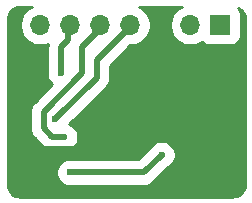
<source format=gbl>
G04 #@! TF.GenerationSoftware,KiCad,Pcbnew,(5.1.9-0-10_14)*
G04 #@! TF.CreationDate,2023-06-12T04:28:03-04:00*
G04 #@! TF.ProjectId,LiBCM-Daughterboard,4c694243-4d2d-4446-9175-676874657262,A*
G04 #@! TF.SameCoordinates,Original*
G04 #@! TF.FileFunction,Copper,L4,Bot*
G04 #@! TF.FilePolarity,Positive*
%FSLAX46Y46*%
G04 Gerber Fmt 4.6, Leading zero omitted, Abs format (unit mm)*
G04 Created by KiCad (PCBNEW (5.1.9-0-10_14)) date 2023-06-12 04:28:03*
%MOMM*%
%LPD*%
G01*
G04 APERTURE LIST*
G04 #@! TA.AperFunction,ComponentPad*
%ADD10R,1.700000X1.700000*%
G04 #@! TD*
G04 #@! TA.AperFunction,ComponentPad*
%ADD11O,1.700000X1.700000*%
G04 #@! TD*
G04 #@! TA.AperFunction,ViaPad*
%ADD12C,0.600000*%
G04 #@! TD*
G04 #@! TA.AperFunction,Conductor*
%ADD13C,1.000000*%
G04 #@! TD*
G04 #@! TA.AperFunction,Conductor*
%ADD14C,0.500000*%
G04 #@! TD*
G04 #@! TA.AperFunction,Conductor*
%ADD15C,0.254000*%
G04 #@! TD*
G04 #@! TA.AperFunction,Conductor*
%ADD16C,0.100000*%
G04 #@! TD*
G04 APERTURE END LIST*
D10*
G04 #@! TO.P,J1,1*
G04 #@! TO.N,+5V*
X52714999Y-161265001D03*
D11*
G04 #@! TO.P,J1,2*
G04 #@! TO.N,+3V3*
X50174999Y-161265001D03*
G04 #@! TO.P,J1,3*
G04 #@! TO.N,GND*
X47634999Y-161265001D03*
G04 #@! TO.P,J1,4*
G04 #@! TO.N,/SCK_VCC*
X45094999Y-161265001D03*
G04 #@! TO.P,J1,5*
G04 #@! TO.N,/MISO_VCC*
X42554999Y-161265001D03*
G04 #@! TO.P,J1,6*
G04 #@! TO.N,/MOSI_VCC*
X40014999Y-161265001D03*
G04 #@! TO.P,J1,7*
G04 #@! TO.N,/CS_VCC*
X37474999Y-161265001D03*
G04 #@! TD*
D12*
G04 #@! TO.N,GND*
X52750000Y-164750000D03*
X46500000Y-163800000D03*
X52750000Y-167000000D03*
X37250000Y-172000000D03*
X36000000Y-174500000D03*
X53500000Y-171500000D03*
X54500000Y-171500000D03*
G04 #@! TO.N,/SCK_VCC*
X38750000Y-169250000D03*
G04 #@! TO.N,/MISO_VCC*
X39500000Y-170750000D03*
G04 #@! TO.N,/MOSI_VCC*
X39200000Y-165350000D03*
G04 #@! TO.N,/SCK_3V3*
X40000000Y-173750000D03*
X47750000Y-172250000D03*
G04 #@! TD*
D13*
G04 #@! TO.N,GND*
X51800000Y-163800000D02*
X52750000Y-164750000D01*
X46500000Y-163800000D02*
X51800000Y-163800000D01*
D14*
X46500000Y-163800000D02*
X47300000Y-163000000D01*
X47300000Y-161600000D02*
X47634999Y-161265001D01*
X47300000Y-163000000D02*
X47300000Y-161600000D01*
D13*
X52750000Y-164750000D02*
X52750000Y-167000000D01*
X52750000Y-167000000D02*
X52750000Y-167000000D01*
X52750000Y-167000000D02*
X52750000Y-168250000D01*
X52750000Y-169500000D02*
X52750000Y-170750000D01*
X52750000Y-168250000D02*
X52750000Y-169500000D01*
X46500000Y-167500000D02*
X42000000Y-172000000D01*
X42000000Y-172000000D02*
X37250000Y-172000000D01*
X46500000Y-163800000D02*
X46500000Y-167500000D01*
D14*
X37250000Y-173250000D02*
X36000000Y-174500000D01*
X37250000Y-172000000D02*
X37250000Y-173250000D01*
X52750000Y-170750000D02*
X53500000Y-171500000D01*
X53500000Y-171500000D02*
X54500000Y-171500000D01*
G04 #@! TO.N,/SCK_VCC*
X42250000Y-164250000D02*
X45094999Y-161405001D01*
X45094999Y-161405001D02*
X45094999Y-161265001D01*
X42250000Y-165750000D02*
X42250000Y-164250000D01*
X38750000Y-169250000D02*
X42250000Y-165750000D01*
G04 #@! TO.N,/MISO_VCC*
X42554999Y-161605001D02*
X42554999Y-161265001D01*
X41000000Y-163160000D02*
X42554999Y-161605001D01*
X37750000Y-168600000D02*
X41000000Y-165350000D01*
X37750000Y-170000000D02*
X37750000Y-168600000D01*
X38500000Y-170750000D02*
X37750000Y-170000000D01*
X41000000Y-165350000D02*
X41000000Y-163160000D01*
X39500000Y-170750000D02*
X38500000Y-170750000D01*
G04 #@! TO.N,/MOSI_VCC*
X39800000Y-162550000D02*
X39200000Y-163150000D01*
X39800000Y-161480000D02*
X39800000Y-162550000D01*
X39200000Y-163150000D02*
X39200000Y-165350000D01*
X40014999Y-161265001D02*
X39800000Y-161480000D01*
G04 #@! TO.N,/SCK_3V3*
X46250000Y-173750000D02*
X47750000Y-172250000D01*
X40000000Y-173750000D02*
X46250000Y-173750000D01*
G04 #@! TD*
D15*
G04 #@! TO.N,GND*
X36656958Y-159734554D02*
X36374101Y-159923553D01*
X36133551Y-160164103D01*
X35944552Y-160446960D01*
X35814367Y-160761254D01*
X35747999Y-161094906D01*
X35747999Y-161435096D01*
X35814367Y-161768748D01*
X35944552Y-162083042D01*
X36133551Y-162365899D01*
X36374101Y-162606449D01*
X36656958Y-162795448D01*
X36971252Y-162925633D01*
X37304904Y-162992001D01*
X37645094Y-162992001D01*
X37978746Y-162925633D01*
X38106388Y-162872762D01*
X38089307Y-162929070D01*
X38073000Y-163094636D01*
X38073000Y-163094646D01*
X38067548Y-163150000D01*
X38073000Y-163205355D01*
X38073001Y-164995167D01*
X38068231Y-165006682D01*
X38023000Y-165234076D01*
X38023000Y-165465924D01*
X38068231Y-165693318D01*
X38156956Y-165907519D01*
X38285764Y-166100294D01*
X38449706Y-166264236D01*
X38475027Y-166281155D01*
X36992237Y-167763945D01*
X36949236Y-167799235D01*
X36913946Y-167842236D01*
X36913942Y-167842240D01*
X36808400Y-167970844D01*
X36703750Y-168166630D01*
X36681303Y-168240628D01*
X36639307Y-168379069D01*
X36623000Y-168544635D01*
X36623000Y-168544646D01*
X36617548Y-168600000D01*
X36623000Y-168655354D01*
X36623000Y-169944646D01*
X36617548Y-170000000D01*
X36623000Y-170055354D01*
X36623000Y-170055364D01*
X36639307Y-170220930D01*
X36703750Y-170433370D01*
X36808400Y-170629157D01*
X36949235Y-170800765D01*
X36992242Y-170836060D01*
X37663940Y-171507758D01*
X37699235Y-171550765D01*
X37870843Y-171691600D01*
X38066629Y-171796250D01*
X38279069Y-171860693D01*
X38444635Y-171877000D01*
X38444645Y-171877000D01*
X38499999Y-171882452D01*
X38555354Y-171877000D01*
X39145169Y-171877000D01*
X39156682Y-171881769D01*
X39384076Y-171927000D01*
X39615924Y-171927000D01*
X39843318Y-171881769D01*
X40057519Y-171793044D01*
X40250294Y-171664236D01*
X40414236Y-171500294D01*
X40543044Y-171307519D01*
X40631769Y-171093318D01*
X40677000Y-170865924D01*
X40677000Y-170634076D01*
X40631769Y-170406682D01*
X40543044Y-170192481D01*
X40414236Y-169999706D01*
X40250294Y-169835764D01*
X40057519Y-169706956D01*
X39936846Y-169656972D01*
X43007758Y-166586060D01*
X43050765Y-166550765D01*
X43124685Y-166460693D01*
X43191600Y-166379158D01*
X43296249Y-166183372D01*
X43296250Y-166183371D01*
X43360693Y-165970931D01*
X43377000Y-165805365D01*
X43377000Y-165805355D01*
X43382452Y-165750001D01*
X43377000Y-165694646D01*
X43377000Y-164716818D01*
X45101818Y-162992001D01*
X45265094Y-162992001D01*
X45598746Y-162925633D01*
X45913040Y-162795448D01*
X46195897Y-162606449D01*
X46436447Y-162365899D01*
X46625446Y-162083042D01*
X46755631Y-161768748D01*
X46821999Y-161435096D01*
X46821999Y-161094906D01*
X46755631Y-160761254D01*
X46625446Y-160446960D01*
X46436447Y-160164103D01*
X46195897Y-159923553D01*
X45913040Y-159734554D01*
X45834448Y-159702000D01*
X49435550Y-159702000D01*
X49356958Y-159734554D01*
X49074101Y-159923553D01*
X48833551Y-160164103D01*
X48644552Y-160446960D01*
X48514367Y-160761254D01*
X48447999Y-161094906D01*
X48447999Y-161435096D01*
X48514367Y-161768748D01*
X48644552Y-162083042D01*
X48833551Y-162365899D01*
X49074101Y-162606449D01*
X49356958Y-162795448D01*
X49671252Y-162925633D01*
X50004904Y-162992001D01*
X50345094Y-162992001D01*
X50678746Y-162925633D01*
X50993040Y-162795448D01*
X51184121Y-162667772D01*
X51241866Y-162738134D01*
X51375407Y-162847728D01*
X51527762Y-162929163D01*
X51693077Y-162979311D01*
X51864999Y-162996244D01*
X53564999Y-162996244D01*
X53736921Y-162979311D01*
X53902236Y-162929163D01*
X54054591Y-162847728D01*
X54188132Y-162738134D01*
X54297726Y-162604593D01*
X54379161Y-162452238D01*
X54429309Y-162286923D01*
X54446242Y-162115001D01*
X54446242Y-160415001D01*
X54429309Y-160243079D01*
X54379161Y-160077764D01*
X54297726Y-159925409D01*
X54209926Y-159818425D01*
X54327426Y-159880900D01*
X54485240Y-160009610D01*
X54615046Y-160166519D01*
X54711904Y-160345654D01*
X54772122Y-160540187D01*
X54798000Y-160786397D01*
X54798001Y-174703433D01*
X54773563Y-174952672D01*
X54714705Y-175147619D01*
X54619098Y-175327429D01*
X54490390Y-175485240D01*
X54333480Y-175615047D01*
X54154346Y-175711904D01*
X53959813Y-175772122D01*
X53713602Y-175798000D01*
X35796557Y-175798000D01*
X35547328Y-175773563D01*
X35352381Y-175714705D01*
X35172571Y-175619098D01*
X35014760Y-175490390D01*
X34884953Y-175333480D01*
X34788096Y-175154346D01*
X34727878Y-174959813D01*
X34702000Y-174713602D01*
X34702000Y-173634076D01*
X38823000Y-173634076D01*
X38823000Y-173865924D01*
X38868231Y-174093318D01*
X38956956Y-174307519D01*
X39085764Y-174500294D01*
X39249706Y-174664236D01*
X39442481Y-174793044D01*
X39656682Y-174881769D01*
X39884076Y-174927000D01*
X40115924Y-174927000D01*
X40343318Y-174881769D01*
X40354831Y-174877000D01*
X46194646Y-174877000D01*
X46250000Y-174882452D01*
X46305354Y-174877000D01*
X46305365Y-174877000D01*
X46470931Y-174860693D01*
X46683371Y-174796250D01*
X46879157Y-174691600D01*
X47050765Y-174550765D01*
X47086059Y-174507759D01*
X48296006Y-173297813D01*
X48307519Y-173293044D01*
X48500294Y-173164236D01*
X48664236Y-173000294D01*
X48793044Y-172807519D01*
X48881769Y-172593318D01*
X48927000Y-172365924D01*
X48927000Y-172134076D01*
X48881769Y-171906682D01*
X48793044Y-171692481D01*
X48664236Y-171499706D01*
X48500294Y-171335764D01*
X48307519Y-171206956D01*
X48093318Y-171118231D01*
X47865924Y-171073000D01*
X47634076Y-171073000D01*
X47406682Y-171118231D01*
X47192481Y-171206956D01*
X46999706Y-171335764D01*
X46835764Y-171499706D01*
X46706956Y-171692481D01*
X46702187Y-171703994D01*
X45783182Y-172623000D01*
X40354831Y-172623000D01*
X40343318Y-172618231D01*
X40115924Y-172573000D01*
X39884076Y-172573000D01*
X39656682Y-172618231D01*
X39442481Y-172706956D01*
X39249706Y-172835764D01*
X39085764Y-172999706D01*
X38956956Y-173192481D01*
X38868231Y-173406682D01*
X38823000Y-173634076D01*
X34702000Y-173634076D01*
X34702000Y-160796557D01*
X34726437Y-160547330D01*
X34785296Y-160352380D01*
X34880900Y-160172574D01*
X35009610Y-160014760D01*
X35166519Y-159884954D01*
X35345654Y-159788096D01*
X35540187Y-159727878D01*
X35786397Y-159702000D01*
X36735550Y-159702000D01*
X36656958Y-159734554D01*
G04 #@! TA.AperFunction,Conductor*
D16*
G36*
X36656958Y-159734554D02*
G01*
X36374101Y-159923553D01*
X36133551Y-160164103D01*
X35944552Y-160446960D01*
X35814367Y-160761254D01*
X35747999Y-161094906D01*
X35747999Y-161435096D01*
X35814367Y-161768748D01*
X35944552Y-162083042D01*
X36133551Y-162365899D01*
X36374101Y-162606449D01*
X36656958Y-162795448D01*
X36971252Y-162925633D01*
X37304904Y-162992001D01*
X37645094Y-162992001D01*
X37978746Y-162925633D01*
X38106388Y-162872762D01*
X38089307Y-162929070D01*
X38073000Y-163094636D01*
X38073000Y-163094646D01*
X38067548Y-163150000D01*
X38073000Y-163205355D01*
X38073001Y-164995167D01*
X38068231Y-165006682D01*
X38023000Y-165234076D01*
X38023000Y-165465924D01*
X38068231Y-165693318D01*
X38156956Y-165907519D01*
X38285764Y-166100294D01*
X38449706Y-166264236D01*
X38475027Y-166281155D01*
X36992237Y-167763945D01*
X36949236Y-167799235D01*
X36913946Y-167842236D01*
X36913942Y-167842240D01*
X36808400Y-167970844D01*
X36703750Y-168166630D01*
X36681303Y-168240628D01*
X36639307Y-168379069D01*
X36623000Y-168544635D01*
X36623000Y-168544646D01*
X36617548Y-168600000D01*
X36623000Y-168655354D01*
X36623000Y-169944646D01*
X36617548Y-170000000D01*
X36623000Y-170055354D01*
X36623000Y-170055364D01*
X36639307Y-170220930D01*
X36703750Y-170433370D01*
X36808400Y-170629157D01*
X36949235Y-170800765D01*
X36992242Y-170836060D01*
X37663940Y-171507758D01*
X37699235Y-171550765D01*
X37870843Y-171691600D01*
X38066629Y-171796250D01*
X38279069Y-171860693D01*
X38444635Y-171877000D01*
X38444645Y-171877000D01*
X38499999Y-171882452D01*
X38555354Y-171877000D01*
X39145169Y-171877000D01*
X39156682Y-171881769D01*
X39384076Y-171927000D01*
X39615924Y-171927000D01*
X39843318Y-171881769D01*
X40057519Y-171793044D01*
X40250294Y-171664236D01*
X40414236Y-171500294D01*
X40543044Y-171307519D01*
X40631769Y-171093318D01*
X40677000Y-170865924D01*
X40677000Y-170634076D01*
X40631769Y-170406682D01*
X40543044Y-170192481D01*
X40414236Y-169999706D01*
X40250294Y-169835764D01*
X40057519Y-169706956D01*
X39936846Y-169656972D01*
X43007758Y-166586060D01*
X43050765Y-166550765D01*
X43124685Y-166460693D01*
X43191600Y-166379158D01*
X43296249Y-166183372D01*
X43296250Y-166183371D01*
X43360693Y-165970931D01*
X43377000Y-165805365D01*
X43377000Y-165805355D01*
X43382452Y-165750001D01*
X43377000Y-165694646D01*
X43377000Y-164716818D01*
X45101818Y-162992001D01*
X45265094Y-162992001D01*
X45598746Y-162925633D01*
X45913040Y-162795448D01*
X46195897Y-162606449D01*
X46436447Y-162365899D01*
X46625446Y-162083042D01*
X46755631Y-161768748D01*
X46821999Y-161435096D01*
X46821999Y-161094906D01*
X46755631Y-160761254D01*
X46625446Y-160446960D01*
X46436447Y-160164103D01*
X46195897Y-159923553D01*
X45913040Y-159734554D01*
X45834448Y-159702000D01*
X49435550Y-159702000D01*
X49356958Y-159734554D01*
X49074101Y-159923553D01*
X48833551Y-160164103D01*
X48644552Y-160446960D01*
X48514367Y-160761254D01*
X48447999Y-161094906D01*
X48447999Y-161435096D01*
X48514367Y-161768748D01*
X48644552Y-162083042D01*
X48833551Y-162365899D01*
X49074101Y-162606449D01*
X49356958Y-162795448D01*
X49671252Y-162925633D01*
X50004904Y-162992001D01*
X50345094Y-162992001D01*
X50678746Y-162925633D01*
X50993040Y-162795448D01*
X51184121Y-162667772D01*
X51241866Y-162738134D01*
X51375407Y-162847728D01*
X51527762Y-162929163D01*
X51693077Y-162979311D01*
X51864999Y-162996244D01*
X53564999Y-162996244D01*
X53736921Y-162979311D01*
X53902236Y-162929163D01*
X54054591Y-162847728D01*
X54188132Y-162738134D01*
X54297726Y-162604593D01*
X54379161Y-162452238D01*
X54429309Y-162286923D01*
X54446242Y-162115001D01*
X54446242Y-160415001D01*
X54429309Y-160243079D01*
X54379161Y-160077764D01*
X54297726Y-159925409D01*
X54209926Y-159818425D01*
X54327426Y-159880900D01*
X54485240Y-160009610D01*
X54615046Y-160166519D01*
X54711904Y-160345654D01*
X54772122Y-160540187D01*
X54798000Y-160786397D01*
X54798001Y-174703433D01*
X54773563Y-174952672D01*
X54714705Y-175147619D01*
X54619098Y-175327429D01*
X54490390Y-175485240D01*
X54333480Y-175615047D01*
X54154346Y-175711904D01*
X53959813Y-175772122D01*
X53713602Y-175798000D01*
X35796557Y-175798000D01*
X35547328Y-175773563D01*
X35352381Y-175714705D01*
X35172571Y-175619098D01*
X35014760Y-175490390D01*
X34884953Y-175333480D01*
X34788096Y-175154346D01*
X34727878Y-174959813D01*
X34702000Y-174713602D01*
X34702000Y-173634076D01*
X38823000Y-173634076D01*
X38823000Y-173865924D01*
X38868231Y-174093318D01*
X38956956Y-174307519D01*
X39085764Y-174500294D01*
X39249706Y-174664236D01*
X39442481Y-174793044D01*
X39656682Y-174881769D01*
X39884076Y-174927000D01*
X40115924Y-174927000D01*
X40343318Y-174881769D01*
X40354831Y-174877000D01*
X46194646Y-174877000D01*
X46250000Y-174882452D01*
X46305354Y-174877000D01*
X46305365Y-174877000D01*
X46470931Y-174860693D01*
X46683371Y-174796250D01*
X46879157Y-174691600D01*
X47050765Y-174550765D01*
X47086059Y-174507759D01*
X48296006Y-173297813D01*
X48307519Y-173293044D01*
X48500294Y-173164236D01*
X48664236Y-173000294D01*
X48793044Y-172807519D01*
X48881769Y-172593318D01*
X48927000Y-172365924D01*
X48927000Y-172134076D01*
X48881769Y-171906682D01*
X48793044Y-171692481D01*
X48664236Y-171499706D01*
X48500294Y-171335764D01*
X48307519Y-171206956D01*
X48093318Y-171118231D01*
X47865924Y-171073000D01*
X47634076Y-171073000D01*
X47406682Y-171118231D01*
X47192481Y-171206956D01*
X46999706Y-171335764D01*
X46835764Y-171499706D01*
X46706956Y-171692481D01*
X46702187Y-171703994D01*
X45783182Y-172623000D01*
X40354831Y-172623000D01*
X40343318Y-172618231D01*
X40115924Y-172573000D01*
X39884076Y-172573000D01*
X39656682Y-172618231D01*
X39442481Y-172706956D01*
X39249706Y-172835764D01*
X39085764Y-172999706D01*
X38956956Y-173192481D01*
X38868231Y-173406682D01*
X38823000Y-173634076D01*
X34702000Y-173634076D01*
X34702000Y-160796557D01*
X34726437Y-160547330D01*
X34785296Y-160352380D01*
X34880900Y-160172574D01*
X35009610Y-160014760D01*
X35166519Y-159884954D01*
X35345654Y-159788096D01*
X35540187Y-159727878D01*
X35786397Y-159702000D01*
X36735550Y-159702000D01*
X36656958Y-159734554D01*
G37*
G04 #@! TD.AperFunction*
G04 #@! TD*
M02*

</source>
